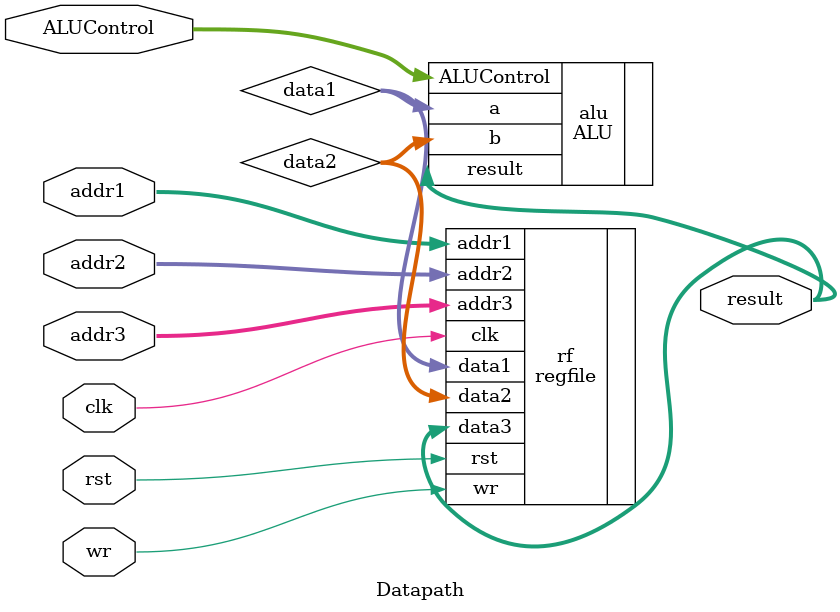
<source format=v>

module Datapath(
    input clk, rst, wr,                        // clock, reset, write enable
    input [1:0] addr1, addr2, addr3,           // register addresses (2-bit for 4 registers)
    input [2:0] ALUControl,                    // operation selector for ALU
    output [31:0] result                       // final result from ALU
);

    // Internal wires to connect components
    wire [31:0] data1, data2;

    // Instantiate the register file
    regfile rf (
        .clk(clk),
        .rst(rst),
        .wr(wr),
        .addr1(addr1),
        .addr2(addr2),
        .addr3(addr3),
        .data3(result),     // ALU result will be written back
        .data1(data1),      // Read data 1
        .data2(data2)       // Read data 2
    );

    // Instantiate the ALU
    ALU alu (
        .a(data1), 
        .b(data2), 
        .ALUControl(ALUControl), 
        .result(result)
    );

endmodule

</source>
